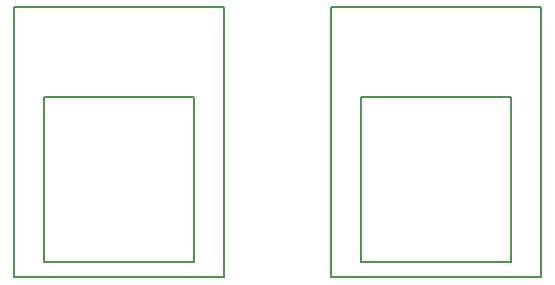
<source format=gbr>
%TF.GenerationSoftware,KiCad,Pcbnew,9.0.2*%
%TF.CreationDate,2025-06-27T22:36:13+12:00*%
%TF.ProjectId,cardReader,63617264-5265-4616-9465-722e6b696361,rev?*%
%TF.SameCoordinates,Original*%
%TF.FileFunction,Legend,Bot*%
%TF.FilePolarity,Positive*%
%FSLAX46Y46*%
G04 Gerber Fmt 4.6, Leading zero omitted, Abs format (unit mm)*
G04 Created by KiCad (PCBNEW 9.0.2) date 2025-06-27 22:36:13*
%MOMM*%
%LPD*%
G01*
G04 APERTURE LIST*
%ADD10C,0.150000*%
G04 APERTURE END LIST*
D10*
%TO.C,U2*%
X97680000Y-48100000D02*
X97680000Y-70960000D01*
X97680000Y-70960000D02*
X115460000Y-70960000D01*
X100220000Y-55720000D02*
X112920000Y-55720000D01*
X100220000Y-69690000D02*
X100220000Y-55720000D01*
X112920000Y-55720000D02*
X112920000Y-69690000D01*
X112920000Y-69690000D02*
X100220000Y-69690000D01*
X115460000Y-48100000D02*
X97680000Y-48100000D01*
X115460000Y-70960000D02*
X115460000Y-48100000D01*
%TO.C,U1*%
X70873800Y-48100000D02*
X70873800Y-70960000D01*
X70873800Y-70960000D02*
X88653800Y-70960000D01*
X73413800Y-55720000D02*
X86113800Y-55720000D01*
X73413800Y-69690000D02*
X73413800Y-55720000D01*
X86113800Y-55720000D02*
X86113800Y-69690000D01*
X86113800Y-69690000D02*
X73413800Y-69690000D01*
X88653800Y-48100000D02*
X70873800Y-48100000D01*
X88653800Y-70960000D02*
X88653800Y-48100000D01*
%TD*%
M02*

</source>
